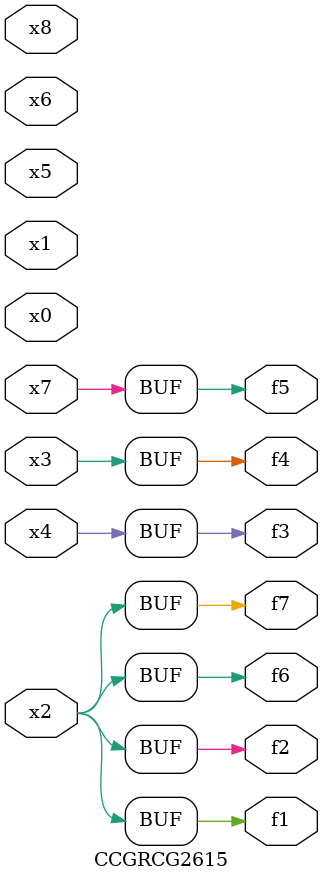
<source format=v>
module CCGRCG2615(
	input x0, x1, x2, x3, x4, x5, x6, x7, x8,
	output f1, f2, f3, f4, f5, f6, f7
);
	assign f1 = x2;
	assign f2 = x2;
	assign f3 = x4;
	assign f4 = x3;
	assign f5 = x7;
	assign f6 = x2;
	assign f7 = x2;
endmodule

</source>
